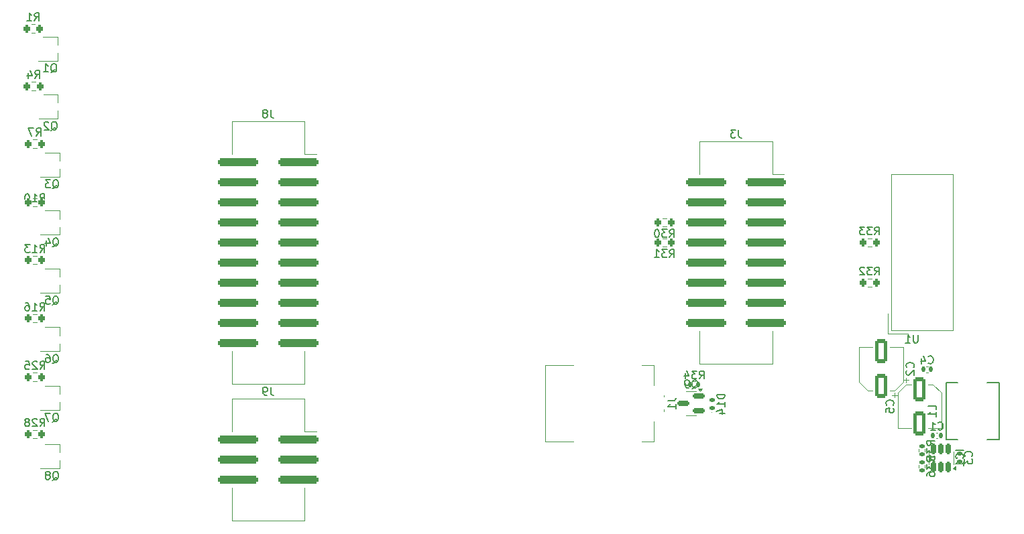
<source format=gbr>
%TF.GenerationSoftware,KiCad,Pcbnew,8.0.3*%
%TF.CreationDate,2025-07-14T16:27:36+02:00*%
%TF.ProjectId,distributionPCB,64697374-7269-4627-9574-696f6e504342,rev?*%
%TF.SameCoordinates,Original*%
%TF.FileFunction,Legend,Bot*%
%TF.FilePolarity,Positive*%
%FSLAX46Y46*%
G04 Gerber Fmt 4.6, Leading zero omitted, Abs format (unit mm)*
G04 Created by KiCad (PCBNEW 8.0.3) date 2025-07-14 16:27:36*
%MOMM*%
%LPD*%
G01*
G04 APERTURE LIST*
G04 Aperture macros list*
%AMRoundRect*
0 Rectangle with rounded corners*
0 $1 Rounding radius*
0 $2 $3 $4 $5 $6 $7 $8 $9 X,Y pos of 4 corners*
0 Add a 4 corners polygon primitive as box body*
4,1,4,$2,$3,$4,$5,$6,$7,$8,$9,$2,$3,0*
0 Add four circle primitives for the rounded corners*
1,1,$1+$1,$2,$3*
1,1,$1+$1,$4,$5*
1,1,$1+$1,$6,$7*
1,1,$1+$1,$8,$9*
0 Add four rect primitives between the rounded corners*
20,1,$1+$1,$2,$3,$4,$5,0*
20,1,$1+$1,$4,$5,$6,$7,0*
20,1,$1+$1,$6,$7,$8,$9,0*
20,1,$1+$1,$8,$9,$2,$3,0*%
G04 Aperture macros list end*
%ADD10C,0.150000*%
%ADD11C,0.120000*%
%ADD12C,0.100000*%
%ADD13R,1.700000X1.700000*%
%ADD14O,1.700000X1.700000*%
%ADD15RoundRect,0.200000X0.200000X0.275000X-0.200000X0.275000X-0.200000X-0.275000X0.200000X-0.275000X0*%
%ADD16RoundRect,0.200000X-0.200000X-0.275000X0.200000X-0.275000X0.200000X0.275000X-0.200000X0.275000X0*%
%ADD17R,1.220000X0.650000*%
%ADD18C,1.700000*%
%ADD19C,3.000000*%
%ADD20O,2.000000X4.000000*%
%ADD21O,3.500000X2.000000*%
%ADD22RoundRect,0.140000X0.140000X0.170000X-0.140000X0.170000X-0.140000X-0.170000X0.140000X-0.170000X0*%
%ADD23R,1.500000X1.500000*%
%ADD24C,1.500000*%
%ADD25RoundRect,0.255000X2.245000X0.255000X-2.245000X0.255000X-2.245000X-0.255000X2.245000X-0.255000X0*%
%ADD26RoundRect,0.250000X0.550000X-1.250000X0.550000X1.250000X-0.550000X1.250000X-0.550000X-1.250000X0*%
%ADD27RoundRect,0.140000X0.170000X-0.140000X0.170000X0.140000X-0.170000X0.140000X-0.170000X-0.140000X0*%
%ADD28RoundRect,0.135000X0.135000X0.185000X-0.135000X0.185000X-0.135000X-0.185000X0.135000X-0.185000X0*%
%ADD29RoundRect,0.147500X0.172500X-0.147500X0.172500X0.147500X-0.172500X0.147500X-0.172500X-0.147500X0*%
%ADD30RoundRect,0.150000X0.150000X-0.512500X0.150000X0.512500X-0.150000X0.512500X-0.150000X-0.512500X0*%
%ADD31R,3.500000X2.350000*%
%ADD32RoundRect,0.150000X0.587500X0.150000X-0.587500X0.150000X-0.587500X-0.150000X0.587500X-0.150000X0*%
%ADD33RoundRect,0.135000X0.185000X-0.135000X0.185000X0.135000X-0.185000X0.135000X-0.185000X-0.135000X0*%
%ADD34RoundRect,0.250000X-0.550000X1.250000X-0.550000X-1.250000X0.550000X-1.250000X0.550000X1.250000X0*%
G04 APERTURE END LIST*
D10*
X93627857Y-106689019D02*
X93961190Y-106212828D01*
X94199285Y-106689019D02*
X94199285Y-105689019D01*
X94199285Y-105689019D02*
X93818333Y-105689019D01*
X93818333Y-105689019D02*
X93723095Y-105736638D01*
X93723095Y-105736638D02*
X93675476Y-105784257D01*
X93675476Y-105784257D02*
X93627857Y-105879495D01*
X93627857Y-105879495D02*
X93627857Y-106022352D01*
X93627857Y-106022352D02*
X93675476Y-106117590D01*
X93675476Y-106117590D02*
X93723095Y-106165209D01*
X93723095Y-106165209D02*
X93818333Y-106212828D01*
X93818333Y-106212828D02*
X94199285Y-106212828D01*
X93246904Y-105784257D02*
X93199285Y-105736638D01*
X93199285Y-105736638D02*
X93104047Y-105689019D01*
X93104047Y-105689019D02*
X92865952Y-105689019D01*
X92865952Y-105689019D02*
X92770714Y-105736638D01*
X92770714Y-105736638D02*
X92723095Y-105784257D01*
X92723095Y-105784257D02*
X92675476Y-105879495D01*
X92675476Y-105879495D02*
X92675476Y-105974733D01*
X92675476Y-105974733D02*
X92723095Y-106117590D01*
X92723095Y-106117590D02*
X93294523Y-106689019D01*
X93294523Y-106689019D02*
X92675476Y-106689019D01*
X91770714Y-105689019D02*
X92246904Y-105689019D01*
X92246904Y-105689019D02*
X92294523Y-106165209D01*
X92294523Y-106165209D02*
X92246904Y-106117590D01*
X92246904Y-106117590D02*
X92151666Y-106069971D01*
X92151666Y-106069971D02*
X91913571Y-106069971D01*
X91913571Y-106069971D02*
X91818333Y-106117590D01*
X91818333Y-106117590D02*
X91770714Y-106165209D01*
X91770714Y-106165209D02*
X91723095Y-106260447D01*
X91723095Y-106260447D02*
X91723095Y-106498542D01*
X91723095Y-106498542D02*
X91770714Y-106593780D01*
X91770714Y-106593780D02*
X91818333Y-106641400D01*
X91818333Y-106641400D02*
X91913571Y-106689019D01*
X91913571Y-106689019D02*
X92151666Y-106689019D01*
X92151666Y-106689019D02*
X92246904Y-106641400D01*
X92246904Y-106641400D02*
X92294523Y-106593780D01*
X93151666Y-77224419D02*
X93484999Y-76748228D01*
X93723094Y-77224419D02*
X93723094Y-76224419D01*
X93723094Y-76224419D02*
X93342142Y-76224419D01*
X93342142Y-76224419D02*
X93246904Y-76272038D01*
X93246904Y-76272038D02*
X93199285Y-76319657D01*
X93199285Y-76319657D02*
X93151666Y-76414895D01*
X93151666Y-76414895D02*
X93151666Y-76557752D01*
X93151666Y-76557752D02*
X93199285Y-76652990D01*
X93199285Y-76652990D02*
X93246904Y-76700609D01*
X93246904Y-76700609D02*
X93342142Y-76748228D01*
X93342142Y-76748228D02*
X93723094Y-76748228D01*
X92818332Y-76224419D02*
X92151666Y-76224419D01*
X92151666Y-76224419D02*
X92580237Y-77224419D01*
X173108857Y-90022819D02*
X173442190Y-89546628D01*
X173680285Y-90022819D02*
X173680285Y-89022819D01*
X173680285Y-89022819D02*
X173299333Y-89022819D01*
X173299333Y-89022819D02*
X173204095Y-89070438D01*
X173204095Y-89070438D02*
X173156476Y-89118057D01*
X173156476Y-89118057D02*
X173108857Y-89213295D01*
X173108857Y-89213295D02*
X173108857Y-89356152D01*
X173108857Y-89356152D02*
X173156476Y-89451390D01*
X173156476Y-89451390D02*
X173204095Y-89499009D01*
X173204095Y-89499009D02*
X173299333Y-89546628D01*
X173299333Y-89546628D02*
X173680285Y-89546628D01*
X172775523Y-89022819D02*
X172156476Y-89022819D01*
X172156476Y-89022819D02*
X172489809Y-89403771D01*
X172489809Y-89403771D02*
X172346952Y-89403771D01*
X172346952Y-89403771D02*
X172251714Y-89451390D01*
X172251714Y-89451390D02*
X172204095Y-89499009D01*
X172204095Y-89499009D02*
X172156476Y-89594247D01*
X172156476Y-89594247D02*
X172156476Y-89832342D01*
X172156476Y-89832342D02*
X172204095Y-89927580D01*
X172204095Y-89927580D02*
X172251714Y-89975200D01*
X172251714Y-89975200D02*
X172346952Y-90022819D01*
X172346952Y-90022819D02*
X172632666Y-90022819D01*
X172632666Y-90022819D02*
X172727904Y-89975200D01*
X172727904Y-89975200D02*
X172775523Y-89927580D01*
X171537428Y-89022819D02*
X171442190Y-89022819D01*
X171442190Y-89022819D02*
X171346952Y-89070438D01*
X171346952Y-89070438D02*
X171299333Y-89118057D01*
X171299333Y-89118057D02*
X171251714Y-89213295D01*
X171251714Y-89213295D02*
X171204095Y-89403771D01*
X171204095Y-89403771D02*
X171204095Y-89641866D01*
X171204095Y-89641866D02*
X171251714Y-89832342D01*
X171251714Y-89832342D02*
X171299333Y-89927580D01*
X171299333Y-89927580D02*
X171346952Y-89975200D01*
X171346952Y-89975200D02*
X171442190Y-90022819D01*
X171442190Y-90022819D02*
X171537428Y-90022819D01*
X171537428Y-90022819D02*
X171632666Y-89975200D01*
X171632666Y-89975200D02*
X171680285Y-89927580D01*
X171680285Y-89927580D02*
X171727904Y-89832342D01*
X171727904Y-89832342D02*
X171775523Y-89641866D01*
X171775523Y-89641866D02*
X171775523Y-89403771D01*
X171775523Y-89403771D02*
X171727904Y-89213295D01*
X171727904Y-89213295D02*
X171680285Y-89118057D01*
X171680285Y-89118057D02*
X171632666Y-89070438D01*
X171632666Y-89070438D02*
X171537428Y-89022819D01*
X95213838Y-98533657D02*
X95309076Y-98486038D01*
X95309076Y-98486038D02*
X95404314Y-98390800D01*
X95404314Y-98390800D02*
X95547171Y-98247942D01*
X95547171Y-98247942D02*
X95642409Y-98200323D01*
X95642409Y-98200323D02*
X95737647Y-98200323D01*
X95690028Y-98438419D02*
X95785266Y-98390800D01*
X95785266Y-98390800D02*
X95880504Y-98295561D01*
X95880504Y-98295561D02*
X95928123Y-98105085D01*
X95928123Y-98105085D02*
X95928123Y-97771752D01*
X95928123Y-97771752D02*
X95880504Y-97581276D01*
X95880504Y-97581276D02*
X95785266Y-97486038D01*
X95785266Y-97486038D02*
X95690028Y-97438419D01*
X95690028Y-97438419D02*
X95499552Y-97438419D01*
X95499552Y-97438419D02*
X95404314Y-97486038D01*
X95404314Y-97486038D02*
X95309076Y-97581276D01*
X95309076Y-97581276D02*
X95261457Y-97771752D01*
X95261457Y-97771752D02*
X95261457Y-98105085D01*
X95261457Y-98105085D02*
X95309076Y-98295561D01*
X95309076Y-98295561D02*
X95404314Y-98390800D01*
X95404314Y-98390800D02*
X95499552Y-98438419D01*
X95499552Y-98438419D02*
X95690028Y-98438419D01*
X94356695Y-97438419D02*
X94832885Y-97438419D01*
X94832885Y-97438419D02*
X94880504Y-97914609D01*
X94880504Y-97914609D02*
X94832885Y-97866990D01*
X94832885Y-97866990D02*
X94737647Y-97819371D01*
X94737647Y-97819371D02*
X94499552Y-97819371D01*
X94499552Y-97819371D02*
X94404314Y-97866990D01*
X94404314Y-97866990D02*
X94356695Y-97914609D01*
X94356695Y-97914609D02*
X94309076Y-98009847D01*
X94309076Y-98009847D02*
X94309076Y-98247942D01*
X94309076Y-98247942D02*
X94356695Y-98343180D01*
X94356695Y-98343180D02*
X94404314Y-98390800D01*
X94404314Y-98390800D02*
X94499552Y-98438419D01*
X94499552Y-98438419D02*
X94737647Y-98438419D01*
X94737647Y-98438419D02*
X94832885Y-98390800D01*
X94832885Y-98390800D02*
X94880504Y-98343180D01*
X92921866Y-62659819D02*
X93255199Y-62183628D01*
X93493294Y-62659819D02*
X93493294Y-61659819D01*
X93493294Y-61659819D02*
X93112342Y-61659819D01*
X93112342Y-61659819D02*
X93017104Y-61707438D01*
X93017104Y-61707438D02*
X92969485Y-61755057D01*
X92969485Y-61755057D02*
X92921866Y-61850295D01*
X92921866Y-61850295D02*
X92921866Y-61993152D01*
X92921866Y-61993152D02*
X92969485Y-62088390D01*
X92969485Y-62088390D02*
X93017104Y-62136009D01*
X93017104Y-62136009D02*
X93112342Y-62183628D01*
X93112342Y-62183628D02*
X93493294Y-62183628D01*
X91969485Y-62659819D02*
X92540913Y-62659819D01*
X92255199Y-62659819D02*
X92255199Y-61659819D01*
X92255199Y-61659819D02*
X92350437Y-61802676D01*
X92350437Y-61802676D02*
X92445675Y-61897914D01*
X92445675Y-61897914D02*
X92540913Y-61945533D01*
X93627857Y-91918419D02*
X93961190Y-91442228D01*
X94199285Y-91918419D02*
X94199285Y-90918419D01*
X94199285Y-90918419D02*
X93818333Y-90918419D01*
X93818333Y-90918419D02*
X93723095Y-90966038D01*
X93723095Y-90966038D02*
X93675476Y-91013657D01*
X93675476Y-91013657D02*
X93627857Y-91108895D01*
X93627857Y-91108895D02*
X93627857Y-91251752D01*
X93627857Y-91251752D02*
X93675476Y-91346990D01*
X93675476Y-91346990D02*
X93723095Y-91394609D01*
X93723095Y-91394609D02*
X93818333Y-91442228D01*
X93818333Y-91442228D02*
X94199285Y-91442228D01*
X92675476Y-91918419D02*
X93246904Y-91918419D01*
X92961190Y-91918419D02*
X92961190Y-90918419D01*
X92961190Y-90918419D02*
X93056428Y-91061276D01*
X93056428Y-91061276D02*
X93151666Y-91156514D01*
X93151666Y-91156514D02*
X93246904Y-91204133D01*
X92342142Y-90918419D02*
X91723095Y-90918419D01*
X91723095Y-90918419D02*
X92056428Y-91299371D01*
X92056428Y-91299371D02*
X91913571Y-91299371D01*
X91913571Y-91299371D02*
X91818333Y-91346990D01*
X91818333Y-91346990D02*
X91770714Y-91394609D01*
X91770714Y-91394609D02*
X91723095Y-91489847D01*
X91723095Y-91489847D02*
X91723095Y-91727942D01*
X91723095Y-91727942D02*
X91770714Y-91823180D01*
X91770714Y-91823180D02*
X91818333Y-91870800D01*
X91818333Y-91870800D02*
X91913571Y-91918419D01*
X91913571Y-91918419D02*
X92199285Y-91918419D01*
X92199285Y-91918419D02*
X92294523Y-91870800D01*
X92294523Y-91870800D02*
X92342142Y-91823180D01*
X172879819Y-110666666D02*
X173594104Y-110666666D01*
X173594104Y-110666666D02*
X173736961Y-110619047D01*
X173736961Y-110619047D02*
X173832200Y-110523809D01*
X173832200Y-110523809D02*
X173879819Y-110380952D01*
X173879819Y-110380952D02*
X173879819Y-110285714D01*
X173879819Y-111666666D02*
X173879819Y-111095238D01*
X173879819Y-111380952D02*
X172879819Y-111380952D01*
X172879819Y-111380952D02*
X173022676Y-111285714D01*
X173022676Y-111285714D02*
X173117914Y-111190476D01*
X173117914Y-111190476D02*
X173165533Y-111095238D01*
X207024266Y-114261580D02*
X207071885Y-114309200D01*
X207071885Y-114309200D02*
X207214742Y-114356819D01*
X207214742Y-114356819D02*
X207309980Y-114356819D01*
X207309980Y-114356819D02*
X207452837Y-114309200D01*
X207452837Y-114309200D02*
X207548075Y-114213961D01*
X207548075Y-114213961D02*
X207595694Y-114118723D01*
X207595694Y-114118723D02*
X207643313Y-113928247D01*
X207643313Y-113928247D02*
X207643313Y-113785390D01*
X207643313Y-113785390D02*
X207595694Y-113594914D01*
X207595694Y-113594914D02*
X207548075Y-113499676D01*
X207548075Y-113499676D02*
X207452837Y-113404438D01*
X207452837Y-113404438D02*
X207309980Y-113356819D01*
X207309980Y-113356819D02*
X207214742Y-113356819D01*
X207214742Y-113356819D02*
X207071885Y-113404438D01*
X207071885Y-113404438D02*
X207024266Y-113452057D01*
X206071885Y-114356819D02*
X206643313Y-114356819D01*
X206357599Y-114356819D02*
X206357599Y-113356819D01*
X206357599Y-113356819D02*
X206452837Y-113499676D01*
X206452837Y-113499676D02*
X206548075Y-113594914D01*
X206548075Y-113594914D02*
X206643313Y-113642533D01*
X93627857Y-99290819D02*
X93961190Y-98814628D01*
X94199285Y-99290819D02*
X94199285Y-98290819D01*
X94199285Y-98290819D02*
X93818333Y-98290819D01*
X93818333Y-98290819D02*
X93723095Y-98338438D01*
X93723095Y-98338438D02*
X93675476Y-98386057D01*
X93675476Y-98386057D02*
X93627857Y-98481295D01*
X93627857Y-98481295D02*
X93627857Y-98624152D01*
X93627857Y-98624152D02*
X93675476Y-98719390D01*
X93675476Y-98719390D02*
X93723095Y-98767009D01*
X93723095Y-98767009D02*
X93818333Y-98814628D01*
X93818333Y-98814628D02*
X94199285Y-98814628D01*
X92675476Y-99290819D02*
X93246904Y-99290819D01*
X92961190Y-99290819D02*
X92961190Y-98290819D01*
X92961190Y-98290819D02*
X93056428Y-98433676D01*
X93056428Y-98433676D02*
X93151666Y-98528914D01*
X93151666Y-98528914D02*
X93246904Y-98576533D01*
X91818333Y-98290819D02*
X92008809Y-98290819D01*
X92008809Y-98290819D02*
X92104047Y-98338438D01*
X92104047Y-98338438D02*
X92151666Y-98386057D01*
X92151666Y-98386057D02*
X92246904Y-98528914D01*
X92246904Y-98528914D02*
X92294523Y-98719390D01*
X92294523Y-98719390D02*
X92294523Y-99100342D01*
X92294523Y-99100342D02*
X92246904Y-99195580D01*
X92246904Y-99195580D02*
X92199285Y-99243200D01*
X92199285Y-99243200D02*
X92104047Y-99290819D01*
X92104047Y-99290819D02*
X91913571Y-99290819D01*
X91913571Y-99290819D02*
X91818333Y-99243200D01*
X91818333Y-99243200D02*
X91770714Y-99195580D01*
X91770714Y-99195580D02*
X91723095Y-99100342D01*
X91723095Y-99100342D02*
X91723095Y-98862247D01*
X91723095Y-98862247D02*
X91770714Y-98767009D01*
X91770714Y-98767009D02*
X91818333Y-98719390D01*
X91818333Y-98719390D02*
X91913571Y-98671771D01*
X91913571Y-98671771D02*
X92104047Y-98671771D01*
X92104047Y-98671771D02*
X92199285Y-98719390D01*
X92199285Y-98719390D02*
X92246904Y-98767009D01*
X92246904Y-98767009D02*
X92294523Y-98862247D01*
X199016857Y-89702819D02*
X199350190Y-89226628D01*
X199588285Y-89702819D02*
X199588285Y-88702819D01*
X199588285Y-88702819D02*
X199207333Y-88702819D01*
X199207333Y-88702819D02*
X199112095Y-88750438D01*
X199112095Y-88750438D02*
X199064476Y-88798057D01*
X199064476Y-88798057D02*
X199016857Y-88893295D01*
X199016857Y-88893295D02*
X199016857Y-89036152D01*
X199016857Y-89036152D02*
X199064476Y-89131390D01*
X199064476Y-89131390D02*
X199112095Y-89179009D01*
X199112095Y-89179009D02*
X199207333Y-89226628D01*
X199207333Y-89226628D02*
X199588285Y-89226628D01*
X198683523Y-88702819D02*
X198064476Y-88702819D01*
X198064476Y-88702819D02*
X198397809Y-89083771D01*
X198397809Y-89083771D02*
X198254952Y-89083771D01*
X198254952Y-89083771D02*
X198159714Y-89131390D01*
X198159714Y-89131390D02*
X198112095Y-89179009D01*
X198112095Y-89179009D02*
X198064476Y-89274247D01*
X198064476Y-89274247D02*
X198064476Y-89512342D01*
X198064476Y-89512342D02*
X198112095Y-89607580D01*
X198112095Y-89607580D02*
X198159714Y-89655200D01*
X198159714Y-89655200D02*
X198254952Y-89702819D01*
X198254952Y-89702819D02*
X198540666Y-89702819D01*
X198540666Y-89702819D02*
X198635904Y-89655200D01*
X198635904Y-89655200D02*
X198683523Y-89607580D01*
X197731142Y-88702819D02*
X197112095Y-88702819D01*
X197112095Y-88702819D02*
X197445428Y-89083771D01*
X197445428Y-89083771D02*
X197302571Y-89083771D01*
X197302571Y-89083771D02*
X197207333Y-89131390D01*
X197207333Y-89131390D02*
X197159714Y-89179009D01*
X197159714Y-89179009D02*
X197112095Y-89274247D01*
X197112095Y-89274247D02*
X197112095Y-89512342D01*
X197112095Y-89512342D02*
X197159714Y-89607580D01*
X197159714Y-89607580D02*
X197207333Y-89655200D01*
X197207333Y-89655200D02*
X197302571Y-89702819D01*
X197302571Y-89702819D02*
X197588285Y-89702819D01*
X197588285Y-89702819D02*
X197683523Y-89655200D01*
X197683523Y-89655200D02*
X197731142Y-89607580D01*
X204453704Y-102343419D02*
X204453704Y-103152942D01*
X204453704Y-103152942D02*
X204406085Y-103248180D01*
X204406085Y-103248180D02*
X204358466Y-103295800D01*
X204358466Y-103295800D02*
X204263228Y-103343419D01*
X204263228Y-103343419D02*
X204072752Y-103343419D01*
X204072752Y-103343419D02*
X203977514Y-103295800D01*
X203977514Y-103295800D02*
X203929895Y-103248180D01*
X203929895Y-103248180D02*
X203882276Y-103152942D01*
X203882276Y-103152942D02*
X203882276Y-102343419D01*
X202882276Y-103343419D02*
X203453704Y-103343419D01*
X203167990Y-103343419D02*
X203167990Y-102343419D01*
X203167990Y-102343419D02*
X203263228Y-102486276D01*
X203263228Y-102486276D02*
X203358466Y-102581514D01*
X203358466Y-102581514D02*
X203453704Y-102629133D01*
X122751333Y-73892819D02*
X122751333Y-74607104D01*
X122751333Y-74607104D02*
X122798952Y-74749961D01*
X122798952Y-74749961D02*
X122894190Y-74845200D01*
X122894190Y-74845200D02*
X123037047Y-74892819D01*
X123037047Y-74892819D02*
X123132285Y-74892819D01*
X122132285Y-74321390D02*
X122227523Y-74273771D01*
X122227523Y-74273771D02*
X122275142Y-74226152D01*
X122275142Y-74226152D02*
X122322761Y-74130914D01*
X122322761Y-74130914D02*
X122322761Y-74083295D01*
X122322761Y-74083295D02*
X122275142Y-73988057D01*
X122275142Y-73988057D02*
X122227523Y-73940438D01*
X122227523Y-73940438D02*
X122132285Y-73892819D01*
X122132285Y-73892819D02*
X121941809Y-73892819D01*
X121941809Y-73892819D02*
X121846571Y-73940438D01*
X121846571Y-73940438D02*
X121798952Y-73988057D01*
X121798952Y-73988057D02*
X121751333Y-74083295D01*
X121751333Y-74083295D02*
X121751333Y-74130914D01*
X121751333Y-74130914D02*
X121798952Y-74226152D01*
X121798952Y-74226152D02*
X121846571Y-74273771D01*
X121846571Y-74273771D02*
X121941809Y-74321390D01*
X121941809Y-74321390D02*
X122132285Y-74321390D01*
X122132285Y-74321390D02*
X122227523Y-74369009D01*
X122227523Y-74369009D02*
X122275142Y-74416628D01*
X122275142Y-74416628D02*
X122322761Y-74511866D01*
X122322761Y-74511866D02*
X122322761Y-74702342D01*
X122322761Y-74702342D02*
X122275142Y-74797580D01*
X122275142Y-74797580D02*
X122227523Y-74845200D01*
X122227523Y-74845200D02*
X122132285Y-74892819D01*
X122132285Y-74892819D02*
X121941809Y-74892819D01*
X121941809Y-74892819D02*
X121846571Y-74845200D01*
X121846571Y-74845200D02*
X121798952Y-74797580D01*
X121798952Y-74797580D02*
X121751333Y-74702342D01*
X121751333Y-74702342D02*
X121751333Y-74511866D01*
X121751333Y-74511866D02*
X121798952Y-74416628D01*
X121798952Y-74416628D02*
X121846571Y-74369009D01*
X121846571Y-74369009D02*
X121941809Y-74321390D01*
X203881380Y-106462533D02*
X203929000Y-106414914D01*
X203929000Y-106414914D02*
X203976619Y-106272057D01*
X203976619Y-106272057D02*
X203976619Y-106176819D01*
X203976619Y-106176819D02*
X203929000Y-106033962D01*
X203929000Y-106033962D02*
X203833761Y-105938724D01*
X203833761Y-105938724D02*
X203738523Y-105891105D01*
X203738523Y-105891105D02*
X203548047Y-105843486D01*
X203548047Y-105843486D02*
X203405190Y-105843486D01*
X203405190Y-105843486D02*
X203214714Y-105891105D01*
X203214714Y-105891105D02*
X203119476Y-105938724D01*
X203119476Y-105938724D02*
X203024238Y-106033962D01*
X203024238Y-106033962D02*
X202976619Y-106176819D01*
X202976619Y-106176819D02*
X202976619Y-106272057D01*
X202976619Y-106272057D02*
X203024238Y-106414914D01*
X203024238Y-106414914D02*
X203071857Y-106462533D01*
X203071857Y-106843486D02*
X203024238Y-106891105D01*
X203024238Y-106891105D02*
X202976619Y-106986343D01*
X202976619Y-106986343D02*
X202976619Y-107224438D01*
X202976619Y-107224438D02*
X203024238Y-107319676D01*
X203024238Y-107319676D02*
X203071857Y-107367295D01*
X203071857Y-107367295D02*
X203167095Y-107414914D01*
X203167095Y-107414914D02*
X203262333Y-107414914D01*
X203262333Y-107414914D02*
X203405190Y-107367295D01*
X203405190Y-107367295D02*
X203976619Y-106795867D01*
X203976619Y-106795867D02*
X203976619Y-107414914D01*
X205779666Y-105904980D02*
X205827285Y-105952600D01*
X205827285Y-105952600D02*
X205970142Y-106000219D01*
X205970142Y-106000219D02*
X206065380Y-106000219D01*
X206065380Y-106000219D02*
X206208237Y-105952600D01*
X206208237Y-105952600D02*
X206303475Y-105857361D01*
X206303475Y-105857361D02*
X206351094Y-105762123D01*
X206351094Y-105762123D02*
X206398713Y-105571647D01*
X206398713Y-105571647D02*
X206398713Y-105428790D01*
X206398713Y-105428790D02*
X206351094Y-105238314D01*
X206351094Y-105238314D02*
X206303475Y-105143076D01*
X206303475Y-105143076D02*
X206208237Y-105047838D01*
X206208237Y-105047838D02*
X206065380Y-105000219D01*
X206065380Y-105000219D02*
X205970142Y-105000219D01*
X205970142Y-105000219D02*
X205827285Y-105047838D01*
X205827285Y-105047838D02*
X205779666Y-105095457D01*
X204922523Y-105333552D02*
X204922523Y-106000219D01*
X205160618Y-104952600D02*
X205398713Y-105666885D01*
X205398713Y-105666885D02*
X204779666Y-105666885D01*
X95213838Y-83852457D02*
X95309076Y-83804838D01*
X95309076Y-83804838D02*
X95404314Y-83709600D01*
X95404314Y-83709600D02*
X95547171Y-83566742D01*
X95547171Y-83566742D02*
X95642409Y-83519123D01*
X95642409Y-83519123D02*
X95737647Y-83519123D01*
X95690028Y-83757219D02*
X95785266Y-83709600D01*
X95785266Y-83709600D02*
X95880504Y-83614361D01*
X95880504Y-83614361D02*
X95928123Y-83423885D01*
X95928123Y-83423885D02*
X95928123Y-83090552D01*
X95928123Y-83090552D02*
X95880504Y-82900076D01*
X95880504Y-82900076D02*
X95785266Y-82804838D01*
X95785266Y-82804838D02*
X95690028Y-82757219D01*
X95690028Y-82757219D02*
X95499552Y-82757219D01*
X95499552Y-82757219D02*
X95404314Y-82804838D01*
X95404314Y-82804838D02*
X95309076Y-82900076D01*
X95309076Y-82900076D02*
X95261457Y-83090552D01*
X95261457Y-83090552D02*
X95261457Y-83423885D01*
X95261457Y-83423885D02*
X95309076Y-83614361D01*
X95309076Y-83614361D02*
X95404314Y-83709600D01*
X95404314Y-83709600D02*
X95499552Y-83757219D01*
X95499552Y-83757219D02*
X95690028Y-83757219D01*
X94928123Y-82757219D02*
X94309076Y-82757219D01*
X94309076Y-82757219D02*
X94642409Y-83138171D01*
X94642409Y-83138171D02*
X94499552Y-83138171D01*
X94499552Y-83138171D02*
X94404314Y-83185790D01*
X94404314Y-83185790D02*
X94356695Y-83233409D01*
X94356695Y-83233409D02*
X94309076Y-83328647D01*
X94309076Y-83328647D02*
X94309076Y-83566742D01*
X94309076Y-83566742D02*
X94356695Y-83661980D01*
X94356695Y-83661980D02*
X94404314Y-83709600D01*
X94404314Y-83709600D02*
X94499552Y-83757219D01*
X94499552Y-83757219D02*
X94785266Y-83757219D01*
X94785266Y-83757219D02*
X94880504Y-83709600D01*
X94880504Y-83709600D02*
X94928123Y-83661980D01*
X211247380Y-117689333D02*
X211295000Y-117641714D01*
X211295000Y-117641714D02*
X211342619Y-117498857D01*
X211342619Y-117498857D02*
X211342619Y-117403619D01*
X211342619Y-117403619D02*
X211295000Y-117260762D01*
X211295000Y-117260762D02*
X211199761Y-117165524D01*
X211199761Y-117165524D02*
X211104523Y-117117905D01*
X211104523Y-117117905D02*
X210914047Y-117070286D01*
X210914047Y-117070286D02*
X210771190Y-117070286D01*
X210771190Y-117070286D02*
X210580714Y-117117905D01*
X210580714Y-117117905D02*
X210485476Y-117165524D01*
X210485476Y-117165524D02*
X210390238Y-117260762D01*
X210390238Y-117260762D02*
X210342619Y-117403619D01*
X210342619Y-117403619D02*
X210342619Y-117498857D01*
X210342619Y-117498857D02*
X210390238Y-117641714D01*
X210390238Y-117641714D02*
X210437857Y-117689333D01*
X210342619Y-118022667D02*
X210342619Y-118641714D01*
X210342619Y-118641714D02*
X210723571Y-118308381D01*
X210723571Y-118308381D02*
X210723571Y-118451238D01*
X210723571Y-118451238D02*
X210771190Y-118546476D01*
X210771190Y-118546476D02*
X210818809Y-118594095D01*
X210818809Y-118594095D02*
X210914047Y-118641714D01*
X210914047Y-118641714D02*
X211152142Y-118641714D01*
X211152142Y-118641714D02*
X211247380Y-118594095D01*
X211247380Y-118594095D02*
X211295000Y-118546476D01*
X211295000Y-118546476D02*
X211342619Y-118451238D01*
X211342619Y-118451238D02*
X211342619Y-118165524D01*
X211342619Y-118165524D02*
X211295000Y-118070286D01*
X211295000Y-118070286D02*
X211247380Y-118022667D01*
X176868057Y-107895219D02*
X177201390Y-107419028D01*
X177439485Y-107895219D02*
X177439485Y-106895219D01*
X177439485Y-106895219D02*
X177058533Y-106895219D01*
X177058533Y-106895219D02*
X176963295Y-106942838D01*
X176963295Y-106942838D02*
X176915676Y-106990457D01*
X176915676Y-106990457D02*
X176868057Y-107085695D01*
X176868057Y-107085695D02*
X176868057Y-107228552D01*
X176868057Y-107228552D02*
X176915676Y-107323790D01*
X176915676Y-107323790D02*
X176963295Y-107371409D01*
X176963295Y-107371409D02*
X177058533Y-107419028D01*
X177058533Y-107419028D02*
X177439485Y-107419028D01*
X176534723Y-106895219D02*
X175915676Y-106895219D01*
X175915676Y-106895219D02*
X176249009Y-107276171D01*
X176249009Y-107276171D02*
X176106152Y-107276171D01*
X176106152Y-107276171D02*
X176010914Y-107323790D01*
X176010914Y-107323790D02*
X175963295Y-107371409D01*
X175963295Y-107371409D02*
X175915676Y-107466647D01*
X175915676Y-107466647D02*
X175915676Y-107704742D01*
X175915676Y-107704742D02*
X175963295Y-107799980D01*
X175963295Y-107799980D02*
X176010914Y-107847600D01*
X176010914Y-107847600D02*
X176106152Y-107895219D01*
X176106152Y-107895219D02*
X176391866Y-107895219D01*
X176391866Y-107895219D02*
X176487104Y-107847600D01*
X176487104Y-107847600D02*
X176534723Y-107799980D01*
X175058533Y-107228552D02*
X175058533Y-107895219D01*
X175296628Y-106847600D02*
X175534723Y-107561885D01*
X175534723Y-107561885D02*
X174915676Y-107561885D01*
X180075719Y-109869414D02*
X179075719Y-109869414D01*
X179075719Y-109869414D02*
X179075719Y-110107509D01*
X179075719Y-110107509D02*
X179123338Y-110250366D01*
X179123338Y-110250366D02*
X179218576Y-110345604D01*
X179218576Y-110345604D02*
X179313814Y-110393223D01*
X179313814Y-110393223D02*
X179504290Y-110440842D01*
X179504290Y-110440842D02*
X179647147Y-110440842D01*
X179647147Y-110440842D02*
X179837623Y-110393223D01*
X179837623Y-110393223D02*
X179932861Y-110345604D01*
X179932861Y-110345604D02*
X180028100Y-110250366D01*
X180028100Y-110250366D02*
X180075719Y-110107509D01*
X180075719Y-110107509D02*
X180075719Y-109869414D01*
X180075719Y-111393223D02*
X180075719Y-110821795D01*
X180075719Y-111107509D02*
X179075719Y-111107509D01*
X179075719Y-111107509D02*
X179218576Y-111012271D01*
X179218576Y-111012271D02*
X179313814Y-110917033D01*
X179313814Y-110917033D02*
X179361433Y-110821795D01*
X179409052Y-112250366D02*
X180075719Y-112250366D01*
X179028100Y-112012271D02*
X179742385Y-111774176D01*
X179742385Y-111774176D02*
X179742385Y-112393223D01*
X122751333Y-108944819D02*
X122751333Y-109659104D01*
X122751333Y-109659104D02*
X122798952Y-109801961D01*
X122798952Y-109801961D02*
X122894190Y-109897200D01*
X122894190Y-109897200D02*
X123037047Y-109944819D01*
X123037047Y-109944819D02*
X123132285Y-109944819D01*
X122227523Y-109944819D02*
X122037047Y-109944819D01*
X122037047Y-109944819D02*
X121941809Y-109897200D01*
X121941809Y-109897200D02*
X121894190Y-109849580D01*
X121894190Y-109849580D02*
X121798952Y-109706723D01*
X121798952Y-109706723D02*
X121751333Y-109516247D01*
X121751333Y-109516247D02*
X121751333Y-109135295D01*
X121751333Y-109135295D02*
X121798952Y-109040057D01*
X121798952Y-109040057D02*
X121846571Y-108992438D01*
X121846571Y-108992438D02*
X121941809Y-108944819D01*
X121941809Y-108944819D02*
X122132285Y-108944819D01*
X122132285Y-108944819D02*
X122227523Y-108992438D01*
X122227523Y-108992438D02*
X122275142Y-109040057D01*
X122275142Y-109040057D02*
X122322761Y-109135295D01*
X122322761Y-109135295D02*
X122322761Y-109373390D01*
X122322761Y-109373390D02*
X122275142Y-109468628D01*
X122275142Y-109468628D02*
X122227523Y-109516247D01*
X122227523Y-109516247D02*
X122132285Y-109563866D01*
X122132285Y-109563866D02*
X121941809Y-109563866D01*
X121941809Y-109563866D02*
X121846571Y-109516247D01*
X121846571Y-109516247D02*
X121798952Y-109468628D01*
X121798952Y-109468628D02*
X121751333Y-109373390D01*
X95213838Y-120707857D02*
X95309076Y-120660238D01*
X95309076Y-120660238D02*
X95404314Y-120565000D01*
X95404314Y-120565000D02*
X95547171Y-120422142D01*
X95547171Y-120422142D02*
X95642409Y-120374523D01*
X95642409Y-120374523D02*
X95737647Y-120374523D01*
X95690028Y-120612619D02*
X95785266Y-120565000D01*
X95785266Y-120565000D02*
X95880504Y-120469761D01*
X95880504Y-120469761D02*
X95928123Y-120279285D01*
X95928123Y-120279285D02*
X95928123Y-119945952D01*
X95928123Y-119945952D02*
X95880504Y-119755476D01*
X95880504Y-119755476D02*
X95785266Y-119660238D01*
X95785266Y-119660238D02*
X95690028Y-119612619D01*
X95690028Y-119612619D02*
X95499552Y-119612619D01*
X95499552Y-119612619D02*
X95404314Y-119660238D01*
X95404314Y-119660238D02*
X95309076Y-119755476D01*
X95309076Y-119755476D02*
X95261457Y-119945952D01*
X95261457Y-119945952D02*
X95261457Y-120279285D01*
X95261457Y-120279285D02*
X95309076Y-120469761D01*
X95309076Y-120469761D02*
X95404314Y-120565000D01*
X95404314Y-120565000D02*
X95499552Y-120612619D01*
X95499552Y-120612619D02*
X95690028Y-120612619D01*
X94690028Y-120041190D02*
X94785266Y-119993571D01*
X94785266Y-119993571D02*
X94832885Y-119945952D01*
X94832885Y-119945952D02*
X94880504Y-119850714D01*
X94880504Y-119850714D02*
X94880504Y-119803095D01*
X94880504Y-119803095D02*
X94832885Y-119707857D01*
X94832885Y-119707857D02*
X94785266Y-119660238D01*
X94785266Y-119660238D02*
X94690028Y-119612619D01*
X94690028Y-119612619D02*
X94499552Y-119612619D01*
X94499552Y-119612619D02*
X94404314Y-119660238D01*
X94404314Y-119660238D02*
X94356695Y-119707857D01*
X94356695Y-119707857D02*
X94309076Y-119803095D01*
X94309076Y-119803095D02*
X94309076Y-119850714D01*
X94309076Y-119850714D02*
X94356695Y-119945952D01*
X94356695Y-119945952D02*
X94404314Y-119993571D01*
X94404314Y-119993571D02*
X94499552Y-120041190D01*
X94499552Y-120041190D02*
X94690028Y-120041190D01*
X94690028Y-120041190D02*
X94785266Y-120088809D01*
X94785266Y-120088809D02*
X94832885Y-120136428D01*
X94832885Y-120136428D02*
X94880504Y-120231666D01*
X94880504Y-120231666D02*
X94880504Y-120422142D01*
X94880504Y-120422142D02*
X94832885Y-120517380D01*
X94832885Y-120517380D02*
X94785266Y-120565000D01*
X94785266Y-120565000D02*
X94690028Y-120612619D01*
X94690028Y-120612619D02*
X94499552Y-120612619D01*
X94499552Y-120612619D02*
X94404314Y-120565000D01*
X94404314Y-120565000D02*
X94356695Y-120517380D01*
X94356695Y-120517380D02*
X94309076Y-120422142D01*
X94309076Y-120422142D02*
X94309076Y-120231666D01*
X94309076Y-120231666D02*
X94356695Y-120136428D01*
X94356695Y-120136428D02*
X94404314Y-120088809D01*
X94404314Y-120088809D02*
X94499552Y-120041190D01*
X199016857Y-94782819D02*
X199350190Y-94306628D01*
X199588285Y-94782819D02*
X199588285Y-93782819D01*
X199588285Y-93782819D02*
X199207333Y-93782819D01*
X199207333Y-93782819D02*
X199112095Y-93830438D01*
X199112095Y-93830438D02*
X199064476Y-93878057D01*
X199064476Y-93878057D02*
X199016857Y-93973295D01*
X199016857Y-93973295D02*
X199016857Y-94116152D01*
X199016857Y-94116152D02*
X199064476Y-94211390D01*
X199064476Y-94211390D02*
X199112095Y-94259009D01*
X199112095Y-94259009D02*
X199207333Y-94306628D01*
X199207333Y-94306628D02*
X199588285Y-94306628D01*
X198683523Y-93782819D02*
X198064476Y-93782819D01*
X198064476Y-93782819D02*
X198397809Y-94163771D01*
X198397809Y-94163771D02*
X198254952Y-94163771D01*
X198254952Y-94163771D02*
X198159714Y-94211390D01*
X198159714Y-94211390D02*
X198112095Y-94259009D01*
X198112095Y-94259009D02*
X198064476Y-94354247D01*
X198064476Y-94354247D02*
X198064476Y-94592342D01*
X198064476Y-94592342D02*
X198112095Y-94687580D01*
X198112095Y-94687580D02*
X198159714Y-94735200D01*
X198159714Y-94735200D02*
X198254952Y-94782819D01*
X198254952Y-94782819D02*
X198540666Y-94782819D01*
X198540666Y-94782819D02*
X198635904Y-94735200D01*
X198635904Y-94735200D02*
X198683523Y-94687580D01*
X197683523Y-93878057D02*
X197635904Y-93830438D01*
X197635904Y-93830438D02*
X197540666Y-93782819D01*
X197540666Y-93782819D02*
X197302571Y-93782819D01*
X197302571Y-93782819D02*
X197207333Y-93830438D01*
X197207333Y-93830438D02*
X197159714Y-93878057D01*
X197159714Y-93878057D02*
X197112095Y-93973295D01*
X197112095Y-93973295D02*
X197112095Y-94068533D01*
X197112095Y-94068533D02*
X197159714Y-94211390D01*
X197159714Y-94211390D02*
X197731142Y-94782819D01*
X197731142Y-94782819D02*
X197112095Y-94782819D01*
X95213838Y-91193057D02*
X95309076Y-91145438D01*
X95309076Y-91145438D02*
X95404314Y-91050200D01*
X95404314Y-91050200D02*
X95547171Y-90907342D01*
X95547171Y-90907342D02*
X95642409Y-90859723D01*
X95642409Y-90859723D02*
X95737647Y-90859723D01*
X95690028Y-91097819D02*
X95785266Y-91050200D01*
X95785266Y-91050200D02*
X95880504Y-90954961D01*
X95880504Y-90954961D02*
X95928123Y-90764485D01*
X95928123Y-90764485D02*
X95928123Y-90431152D01*
X95928123Y-90431152D02*
X95880504Y-90240676D01*
X95880504Y-90240676D02*
X95785266Y-90145438D01*
X95785266Y-90145438D02*
X95690028Y-90097819D01*
X95690028Y-90097819D02*
X95499552Y-90097819D01*
X95499552Y-90097819D02*
X95404314Y-90145438D01*
X95404314Y-90145438D02*
X95309076Y-90240676D01*
X95309076Y-90240676D02*
X95261457Y-90431152D01*
X95261457Y-90431152D02*
X95261457Y-90764485D01*
X95261457Y-90764485D02*
X95309076Y-90954961D01*
X95309076Y-90954961D02*
X95404314Y-91050200D01*
X95404314Y-91050200D02*
X95499552Y-91097819D01*
X95499552Y-91097819D02*
X95690028Y-91097819D01*
X94404314Y-90431152D02*
X94404314Y-91097819D01*
X94642409Y-90050200D02*
X94880504Y-90764485D01*
X94880504Y-90764485D02*
X94261457Y-90764485D01*
X93627857Y-113908619D02*
X93961190Y-113432428D01*
X94199285Y-113908619D02*
X94199285Y-112908619D01*
X94199285Y-112908619D02*
X93818333Y-112908619D01*
X93818333Y-112908619D02*
X93723095Y-112956238D01*
X93723095Y-112956238D02*
X93675476Y-113003857D01*
X93675476Y-113003857D02*
X93627857Y-113099095D01*
X93627857Y-113099095D02*
X93627857Y-113241952D01*
X93627857Y-113241952D02*
X93675476Y-113337190D01*
X93675476Y-113337190D02*
X93723095Y-113384809D01*
X93723095Y-113384809D02*
X93818333Y-113432428D01*
X93818333Y-113432428D02*
X94199285Y-113432428D01*
X93246904Y-113003857D02*
X93199285Y-112956238D01*
X93199285Y-112956238D02*
X93104047Y-112908619D01*
X93104047Y-112908619D02*
X92865952Y-112908619D01*
X92865952Y-112908619D02*
X92770714Y-112956238D01*
X92770714Y-112956238D02*
X92723095Y-113003857D01*
X92723095Y-113003857D02*
X92675476Y-113099095D01*
X92675476Y-113099095D02*
X92675476Y-113194333D01*
X92675476Y-113194333D02*
X92723095Y-113337190D01*
X92723095Y-113337190D02*
X93294523Y-113908619D01*
X93294523Y-113908619D02*
X92675476Y-113908619D01*
X92104047Y-113337190D02*
X92199285Y-113289571D01*
X92199285Y-113289571D02*
X92246904Y-113241952D01*
X92246904Y-113241952D02*
X92294523Y-113146714D01*
X92294523Y-113146714D02*
X92294523Y-113099095D01*
X92294523Y-113099095D02*
X92246904Y-113003857D01*
X92246904Y-113003857D02*
X92199285Y-112956238D01*
X92199285Y-112956238D02*
X92104047Y-112908619D01*
X92104047Y-112908619D02*
X91913571Y-112908619D01*
X91913571Y-112908619D02*
X91818333Y-112956238D01*
X91818333Y-112956238D02*
X91770714Y-113003857D01*
X91770714Y-113003857D02*
X91723095Y-113099095D01*
X91723095Y-113099095D02*
X91723095Y-113146714D01*
X91723095Y-113146714D02*
X91770714Y-113241952D01*
X91770714Y-113241952D02*
X91818333Y-113289571D01*
X91818333Y-113289571D02*
X91913571Y-113337190D01*
X91913571Y-113337190D02*
X92104047Y-113337190D01*
X92104047Y-113337190D02*
X92199285Y-113384809D01*
X92199285Y-113384809D02*
X92246904Y-113432428D01*
X92246904Y-113432428D02*
X92294523Y-113527666D01*
X92294523Y-113527666D02*
X92294523Y-113718142D01*
X92294523Y-113718142D02*
X92246904Y-113813380D01*
X92246904Y-113813380D02*
X92199285Y-113861000D01*
X92199285Y-113861000D02*
X92104047Y-113908619D01*
X92104047Y-113908619D02*
X91913571Y-113908619D01*
X91913571Y-113908619D02*
X91818333Y-113861000D01*
X91818333Y-113861000D02*
X91770714Y-113813380D01*
X91770714Y-113813380D02*
X91723095Y-113718142D01*
X91723095Y-113718142D02*
X91723095Y-113527666D01*
X91723095Y-113527666D02*
X91770714Y-113432428D01*
X91770714Y-113432428D02*
X91818333Y-113384809D01*
X91818333Y-113384809D02*
X91913571Y-113337190D01*
X210220419Y-116905210D02*
X209220419Y-116905210D01*
X210125180Y-117952828D02*
X210172800Y-117905209D01*
X210172800Y-117905209D02*
X210220419Y-117762352D01*
X210220419Y-117762352D02*
X210220419Y-117667114D01*
X210220419Y-117667114D02*
X210172800Y-117524257D01*
X210172800Y-117524257D02*
X210077561Y-117429019D01*
X210077561Y-117429019D02*
X209982323Y-117381400D01*
X209982323Y-117381400D02*
X209791847Y-117333781D01*
X209791847Y-117333781D02*
X209648990Y-117333781D01*
X209648990Y-117333781D02*
X209458514Y-117381400D01*
X209458514Y-117381400D02*
X209363276Y-117429019D01*
X209363276Y-117429019D02*
X209268038Y-117524257D01*
X209268038Y-117524257D02*
X209220419Y-117667114D01*
X209220419Y-117667114D02*
X209220419Y-117762352D01*
X209220419Y-117762352D02*
X209268038Y-117905209D01*
X209268038Y-117905209D02*
X209315657Y-117952828D01*
X210220419Y-118905209D02*
X210220419Y-118333781D01*
X210220419Y-118619495D02*
X209220419Y-118619495D01*
X209220419Y-118619495D02*
X209363276Y-118524257D01*
X209363276Y-118524257D02*
X209458514Y-118429019D01*
X209458514Y-118429019D02*
X209506133Y-118333781D01*
X92972666Y-69945419D02*
X93305999Y-69469228D01*
X93544094Y-69945419D02*
X93544094Y-68945419D01*
X93544094Y-68945419D02*
X93163142Y-68945419D01*
X93163142Y-68945419D02*
X93067904Y-68993038D01*
X93067904Y-68993038D02*
X93020285Y-69040657D01*
X93020285Y-69040657D02*
X92972666Y-69135895D01*
X92972666Y-69135895D02*
X92972666Y-69278752D01*
X92972666Y-69278752D02*
X93020285Y-69373990D01*
X93020285Y-69373990D02*
X93067904Y-69421609D01*
X93067904Y-69421609D02*
X93163142Y-69469228D01*
X93163142Y-69469228D02*
X93544094Y-69469228D01*
X92115523Y-69278752D02*
X92115523Y-69945419D01*
X92353618Y-68897800D02*
X92591713Y-69612085D01*
X92591713Y-69612085D02*
X91972666Y-69612085D01*
X93627857Y-85504319D02*
X93961190Y-85028128D01*
X94199285Y-85504319D02*
X94199285Y-84504319D01*
X94199285Y-84504319D02*
X93818333Y-84504319D01*
X93818333Y-84504319D02*
X93723095Y-84551938D01*
X93723095Y-84551938D02*
X93675476Y-84599557D01*
X93675476Y-84599557D02*
X93627857Y-84694795D01*
X93627857Y-84694795D02*
X93627857Y-84837652D01*
X93627857Y-84837652D02*
X93675476Y-84932890D01*
X93675476Y-84932890D02*
X93723095Y-84980509D01*
X93723095Y-84980509D02*
X93818333Y-85028128D01*
X93818333Y-85028128D02*
X94199285Y-85028128D01*
X92675476Y-85504319D02*
X93246904Y-85504319D01*
X92961190Y-85504319D02*
X92961190Y-84504319D01*
X92961190Y-84504319D02*
X93056428Y-84647176D01*
X93056428Y-84647176D02*
X93151666Y-84742414D01*
X93151666Y-84742414D02*
X93246904Y-84790033D01*
X92056428Y-84504319D02*
X91961190Y-84504319D01*
X91961190Y-84504319D02*
X91865952Y-84551938D01*
X91865952Y-84551938D02*
X91818333Y-84599557D01*
X91818333Y-84599557D02*
X91770714Y-84694795D01*
X91770714Y-84694795D02*
X91723095Y-84885271D01*
X91723095Y-84885271D02*
X91723095Y-85123366D01*
X91723095Y-85123366D02*
X91770714Y-85313842D01*
X91770714Y-85313842D02*
X91818333Y-85409080D01*
X91818333Y-85409080D02*
X91865952Y-85456700D01*
X91865952Y-85456700D02*
X91961190Y-85504319D01*
X91961190Y-85504319D02*
X92056428Y-85504319D01*
X92056428Y-85504319D02*
X92151666Y-85456700D01*
X92151666Y-85456700D02*
X92199285Y-85409080D01*
X92199285Y-85409080D02*
X92246904Y-85313842D01*
X92246904Y-85313842D02*
X92294523Y-85123366D01*
X92294523Y-85123366D02*
X92294523Y-84885271D01*
X92294523Y-84885271D02*
X92246904Y-84694795D01*
X92246904Y-84694795D02*
X92199285Y-84599557D01*
X92199285Y-84599557D02*
X92151666Y-84551938D01*
X92151666Y-84551938D02*
X92056428Y-84504319D01*
X206728219Y-111796533D02*
X206728219Y-111320343D01*
X206728219Y-111320343D02*
X205728219Y-111320343D01*
X206728219Y-112653676D02*
X206728219Y-112082248D01*
X206728219Y-112367962D02*
X205728219Y-112367962D01*
X205728219Y-112367962D02*
X205871076Y-112272724D01*
X205871076Y-112272724D02*
X205966314Y-112177486D01*
X205966314Y-112177486D02*
X206013933Y-112082248D01*
X175914038Y-109148057D02*
X176009276Y-109100438D01*
X176009276Y-109100438D02*
X176104514Y-109005200D01*
X176104514Y-109005200D02*
X176247371Y-108862342D01*
X176247371Y-108862342D02*
X176342609Y-108814723D01*
X176342609Y-108814723D02*
X176437847Y-108814723D01*
X176390228Y-109052819D02*
X176485466Y-109005200D01*
X176485466Y-109005200D02*
X176580704Y-108909961D01*
X176580704Y-108909961D02*
X176628323Y-108719485D01*
X176628323Y-108719485D02*
X176628323Y-108386152D01*
X176628323Y-108386152D02*
X176580704Y-108195676D01*
X176580704Y-108195676D02*
X176485466Y-108100438D01*
X176485466Y-108100438D02*
X176390228Y-108052819D01*
X176390228Y-108052819D02*
X176199752Y-108052819D01*
X176199752Y-108052819D02*
X176104514Y-108100438D01*
X176104514Y-108100438D02*
X176009276Y-108195676D01*
X176009276Y-108195676D02*
X175961657Y-108386152D01*
X175961657Y-108386152D02*
X175961657Y-108719485D01*
X175961657Y-108719485D02*
X176009276Y-108909961D01*
X176009276Y-108909961D02*
X176104514Y-109005200D01*
X176104514Y-109005200D02*
X176199752Y-109052819D01*
X176199752Y-109052819D02*
X176390228Y-109052819D01*
X175485466Y-109052819D02*
X175294990Y-109052819D01*
X175294990Y-109052819D02*
X175199752Y-109005200D01*
X175199752Y-109005200D02*
X175152133Y-108957580D01*
X175152133Y-108957580D02*
X175056895Y-108814723D01*
X175056895Y-108814723D02*
X175009276Y-108624247D01*
X175009276Y-108624247D02*
X175009276Y-108243295D01*
X175009276Y-108243295D02*
X175056895Y-108148057D01*
X175056895Y-108148057D02*
X175104514Y-108100438D01*
X175104514Y-108100438D02*
X175199752Y-108052819D01*
X175199752Y-108052819D02*
X175390228Y-108052819D01*
X175390228Y-108052819D02*
X175485466Y-108100438D01*
X175485466Y-108100438D02*
X175533085Y-108148057D01*
X175533085Y-108148057D02*
X175580704Y-108243295D01*
X175580704Y-108243295D02*
X175580704Y-108481390D01*
X175580704Y-108481390D02*
X175533085Y-108576628D01*
X175533085Y-108576628D02*
X175485466Y-108624247D01*
X175485466Y-108624247D02*
X175390228Y-108671866D01*
X175390228Y-108671866D02*
X175199752Y-108671866D01*
X175199752Y-108671866D02*
X175104514Y-108624247D01*
X175104514Y-108624247D02*
X175056895Y-108576628D01*
X175056895Y-108576628D02*
X175009276Y-108481390D01*
X95213838Y-105925057D02*
X95309076Y-105877438D01*
X95309076Y-105877438D02*
X95404314Y-105782200D01*
X95404314Y-105782200D02*
X95547171Y-105639342D01*
X95547171Y-105639342D02*
X95642409Y-105591723D01*
X95642409Y-105591723D02*
X95737647Y-105591723D01*
X95690028Y-105829819D02*
X95785266Y-105782200D01*
X95785266Y-105782200D02*
X95880504Y-105686961D01*
X95880504Y-105686961D02*
X95928123Y-105496485D01*
X95928123Y-105496485D02*
X95928123Y-105163152D01*
X95928123Y-105163152D02*
X95880504Y-104972676D01*
X95880504Y-104972676D02*
X95785266Y-104877438D01*
X95785266Y-104877438D02*
X95690028Y-104829819D01*
X95690028Y-104829819D02*
X95499552Y-104829819D01*
X95499552Y-104829819D02*
X95404314Y-104877438D01*
X95404314Y-104877438D02*
X95309076Y-104972676D01*
X95309076Y-104972676D02*
X95261457Y-105163152D01*
X95261457Y-105163152D02*
X95261457Y-105496485D01*
X95261457Y-105496485D02*
X95309076Y-105686961D01*
X95309076Y-105686961D02*
X95404314Y-105782200D01*
X95404314Y-105782200D02*
X95499552Y-105829819D01*
X95499552Y-105829819D02*
X95690028Y-105829819D01*
X94404314Y-104829819D02*
X94594790Y-104829819D01*
X94594790Y-104829819D02*
X94690028Y-104877438D01*
X94690028Y-104877438D02*
X94737647Y-104925057D01*
X94737647Y-104925057D02*
X94832885Y-105067914D01*
X94832885Y-105067914D02*
X94880504Y-105258390D01*
X94880504Y-105258390D02*
X94880504Y-105639342D01*
X94880504Y-105639342D02*
X94832885Y-105734580D01*
X94832885Y-105734580D02*
X94785266Y-105782200D01*
X94785266Y-105782200D02*
X94690028Y-105829819D01*
X94690028Y-105829819D02*
X94499552Y-105829819D01*
X94499552Y-105829819D02*
X94404314Y-105782200D01*
X94404314Y-105782200D02*
X94356695Y-105734580D01*
X94356695Y-105734580D02*
X94309076Y-105639342D01*
X94309076Y-105639342D02*
X94309076Y-105401247D01*
X94309076Y-105401247D02*
X94356695Y-105306009D01*
X94356695Y-105306009D02*
X94404314Y-105258390D01*
X94404314Y-105258390D02*
X94499552Y-105210771D01*
X94499552Y-105210771D02*
X94690028Y-105210771D01*
X94690028Y-105210771D02*
X94785266Y-105258390D01*
X94785266Y-105258390D02*
X94832885Y-105306009D01*
X94832885Y-105306009D02*
X94880504Y-105401247D01*
X173108857Y-92562819D02*
X173442190Y-92086628D01*
X173680285Y-92562819D02*
X173680285Y-91562819D01*
X173680285Y-91562819D02*
X173299333Y-91562819D01*
X173299333Y-91562819D02*
X173204095Y-91610438D01*
X173204095Y-91610438D02*
X173156476Y-91658057D01*
X173156476Y-91658057D02*
X173108857Y-91753295D01*
X173108857Y-91753295D02*
X173108857Y-91896152D01*
X173108857Y-91896152D02*
X173156476Y-91991390D01*
X173156476Y-91991390D02*
X173204095Y-92039009D01*
X173204095Y-92039009D02*
X173299333Y-92086628D01*
X173299333Y-92086628D02*
X173680285Y-92086628D01*
X172775523Y-91562819D02*
X172156476Y-91562819D01*
X172156476Y-91562819D02*
X172489809Y-91943771D01*
X172489809Y-91943771D02*
X172346952Y-91943771D01*
X172346952Y-91943771D02*
X172251714Y-91991390D01*
X172251714Y-91991390D02*
X172204095Y-92039009D01*
X172204095Y-92039009D02*
X172156476Y-92134247D01*
X172156476Y-92134247D02*
X172156476Y-92372342D01*
X172156476Y-92372342D02*
X172204095Y-92467580D01*
X172204095Y-92467580D02*
X172251714Y-92515200D01*
X172251714Y-92515200D02*
X172346952Y-92562819D01*
X172346952Y-92562819D02*
X172632666Y-92562819D01*
X172632666Y-92562819D02*
X172727904Y-92515200D01*
X172727904Y-92515200D02*
X172775523Y-92467580D01*
X171204095Y-92562819D02*
X171775523Y-92562819D01*
X171489809Y-92562819D02*
X171489809Y-91562819D01*
X171489809Y-91562819D02*
X171585047Y-91705676D01*
X171585047Y-91705676D02*
X171680285Y-91800914D01*
X171680285Y-91800914D02*
X171775523Y-91848533D01*
X181816333Y-76432819D02*
X181816333Y-77147104D01*
X181816333Y-77147104D02*
X181863952Y-77289961D01*
X181863952Y-77289961D02*
X181959190Y-77385200D01*
X181959190Y-77385200D02*
X182102047Y-77432819D01*
X182102047Y-77432819D02*
X182197285Y-77432819D01*
X181435380Y-76432819D02*
X180816333Y-76432819D01*
X180816333Y-76432819D02*
X181149666Y-76813771D01*
X181149666Y-76813771D02*
X181006809Y-76813771D01*
X181006809Y-76813771D02*
X180911571Y-76861390D01*
X180911571Y-76861390D02*
X180863952Y-76909009D01*
X180863952Y-76909009D02*
X180816333Y-77004247D01*
X180816333Y-77004247D02*
X180816333Y-77242342D01*
X180816333Y-77242342D02*
X180863952Y-77337580D01*
X180863952Y-77337580D02*
X180911571Y-77385200D01*
X180911571Y-77385200D02*
X181006809Y-77432819D01*
X181006809Y-77432819D02*
X181292523Y-77432819D01*
X181292523Y-77432819D02*
X181387761Y-77385200D01*
X181387761Y-77385200D02*
X181435380Y-77337580D01*
X94984038Y-69200857D02*
X95079276Y-69153238D01*
X95079276Y-69153238D02*
X95174514Y-69058000D01*
X95174514Y-69058000D02*
X95317371Y-68915142D01*
X95317371Y-68915142D02*
X95412609Y-68867523D01*
X95412609Y-68867523D02*
X95507847Y-68867523D01*
X95460228Y-69105619D02*
X95555466Y-69058000D01*
X95555466Y-69058000D02*
X95650704Y-68962761D01*
X95650704Y-68962761D02*
X95698323Y-68772285D01*
X95698323Y-68772285D02*
X95698323Y-68438952D01*
X95698323Y-68438952D02*
X95650704Y-68248476D01*
X95650704Y-68248476D02*
X95555466Y-68153238D01*
X95555466Y-68153238D02*
X95460228Y-68105619D01*
X95460228Y-68105619D02*
X95269752Y-68105619D01*
X95269752Y-68105619D02*
X95174514Y-68153238D01*
X95174514Y-68153238D02*
X95079276Y-68248476D01*
X95079276Y-68248476D02*
X95031657Y-68438952D01*
X95031657Y-68438952D02*
X95031657Y-68772285D01*
X95031657Y-68772285D02*
X95079276Y-68962761D01*
X95079276Y-68962761D02*
X95174514Y-69058000D01*
X95174514Y-69058000D02*
X95269752Y-69105619D01*
X95269752Y-69105619D02*
X95460228Y-69105619D01*
X94079276Y-69105619D02*
X94650704Y-69105619D01*
X94364990Y-69105619D02*
X94364990Y-68105619D01*
X94364990Y-68105619D02*
X94460228Y-68248476D01*
X94460228Y-68248476D02*
X94555466Y-68343714D01*
X94555466Y-68343714D02*
X94650704Y-68391333D01*
X95034838Y-76511857D02*
X95130076Y-76464238D01*
X95130076Y-76464238D02*
X95225314Y-76369000D01*
X95225314Y-76369000D02*
X95368171Y-76226142D01*
X95368171Y-76226142D02*
X95463409Y-76178523D01*
X95463409Y-76178523D02*
X95558647Y-76178523D01*
X95511028Y-76416619D02*
X95606266Y-76369000D01*
X95606266Y-76369000D02*
X95701504Y-76273761D01*
X95701504Y-76273761D02*
X95749123Y-76083285D01*
X95749123Y-76083285D02*
X95749123Y-75749952D01*
X95749123Y-75749952D02*
X95701504Y-75559476D01*
X95701504Y-75559476D02*
X95606266Y-75464238D01*
X95606266Y-75464238D02*
X95511028Y-75416619D01*
X95511028Y-75416619D02*
X95320552Y-75416619D01*
X95320552Y-75416619D02*
X95225314Y-75464238D01*
X95225314Y-75464238D02*
X95130076Y-75559476D01*
X95130076Y-75559476D02*
X95082457Y-75749952D01*
X95082457Y-75749952D02*
X95082457Y-76083285D01*
X95082457Y-76083285D02*
X95130076Y-76273761D01*
X95130076Y-76273761D02*
X95225314Y-76369000D01*
X95225314Y-76369000D02*
X95320552Y-76416619D01*
X95320552Y-76416619D02*
X95511028Y-76416619D01*
X94701504Y-75511857D02*
X94653885Y-75464238D01*
X94653885Y-75464238D02*
X94558647Y-75416619D01*
X94558647Y-75416619D02*
X94320552Y-75416619D01*
X94320552Y-75416619D02*
X94225314Y-75464238D01*
X94225314Y-75464238D02*
X94177695Y-75511857D01*
X94177695Y-75511857D02*
X94130076Y-75607095D01*
X94130076Y-75607095D02*
X94130076Y-75702333D01*
X94130076Y-75702333D02*
X94177695Y-75845190D01*
X94177695Y-75845190D02*
X94749123Y-76416619D01*
X94749123Y-76416619D02*
X94130076Y-76416619D01*
X95213838Y-113342257D02*
X95309076Y-113294638D01*
X95309076Y-113294638D02*
X95404314Y-113199400D01*
X95404314Y-113199400D02*
X95547171Y-113056542D01*
X95547171Y-113056542D02*
X95642409Y-113008923D01*
X95642409Y-113008923D02*
X95737647Y-113008923D01*
X95690028Y-113247019D02*
X95785266Y-113199400D01*
X95785266Y-113199400D02*
X95880504Y-113104161D01*
X95880504Y-113104161D02*
X95928123Y-112913685D01*
X95928123Y-112913685D02*
X95928123Y-112580352D01*
X95928123Y-112580352D02*
X95880504Y-112389876D01*
X95880504Y-112389876D02*
X95785266Y-112294638D01*
X95785266Y-112294638D02*
X95690028Y-112247019D01*
X95690028Y-112247019D02*
X95499552Y-112247019D01*
X95499552Y-112247019D02*
X95404314Y-112294638D01*
X95404314Y-112294638D02*
X95309076Y-112389876D01*
X95309076Y-112389876D02*
X95261457Y-112580352D01*
X95261457Y-112580352D02*
X95261457Y-112913685D01*
X95261457Y-112913685D02*
X95309076Y-113104161D01*
X95309076Y-113104161D02*
X95404314Y-113199400D01*
X95404314Y-113199400D02*
X95499552Y-113247019D01*
X95499552Y-113247019D02*
X95690028Y-113247019D01*
X94928123Y-112247019D02*
X94261457Y-112247019D01*
X94261457Y-112247019D02*
X94690028Y-113247019D01*
X206577419Y-118330742D02*
X206101228Y-117997409D01*
X206577419Y-117759314D02*
X205577419Y-117759314D01*
X205577419Y-117759314D02*
X205577419Y-118140266D01*
X205577419Y-118140266D02*
X205625038Y-118235504D01*
X205625038Y-118235504D02*
X205672657Y-118283123D01*
X205672657Y-118283123D02*
X205767895Y-118330742D01*
X205767895Y-118330742D02*
X205910752Y-118330742D01*
X205910752Y-118330742D02*
X206005990Y-118283123D01*
X206005990Y-118283123D02*
X206053609Y-118235504D01*
X206053609Y-118235504D02*
X206101228Y-118140266D01*
X206101228Y-118140266D02*
X206101228Y-117759314D01*
X205577419Y-118664076D02*
X205577419Y-119283123D01*
X205577419Y-119283123D02*
X205958371Y-118949790D01*
X205958371Y-118949790D02*
X205958371Y-119092647D01*
X205958371Y-119092647D02*
X206005990Y-119187885D01*
X206005990Y-119187885D02*
X206053609Y-119235504D01*
X206053609Y-119235504D02*
X206148847Y-119283123D01*
X206148847Y-119283123D02*
X206386942Y-119283123D01*
X206386942Y-119283123D02*
X206482180Y-119235504D01*
X206482180Y-119235504D02*
X206529800Y-119187885D01*
X206529800Y-119187885D02*
X206577419Y-119092647D01*
X206577419Y-119092647D02*
X206577419Y-118806933D01*
X206577419Y-118806933D02*
X206529800Y-118711695D01*
X206529800Y-118711695D02*
X206482180Y-118664076D01*
X205577419Y-120140266D02*
X205577419Y-119949790D01*
X205577419Y-119949790D02*
X205625038Y-119854552D01*
X205625038Y-119854552D02*
X205672657Y-119806933D01*
X205672657Y-119806933D02*
X205815514Y-119711695D01*
X205815514Y-119711695D02*
X206005990Y-119664076D01*
X206005990Y-119664076D02*
X206386942Y-119664076D01*
X206386942Y-119664076D02*
X206482180Y-119711695D01*
X206482180Y-119711695D02*
X206529800Y-119759314D01*
X206529800Y-119759314D02*
X206577419Y-119854552D01*
X206577419Y-119854552D02*
X206577419Y-120045028D01*
X206577419Y-120045028D02*
X206529800Y-120140266D01*
X206529800Y-120140266D02*
X206482180Y-120187885D01*
X206482180Y-120187885D02*
X206386942Y-120235504D01*
X206386942Y-120235504D02*
X206148847Y-120235504D01*
X206148847Y-120235504D02*
X206053609Y-120187885D01*
X206053609Y-120187885D02*
X206005990Y-120140266D01*
X206005990Y-120140266D02*
X205958371Y-120045028D01*
X205958371Y-120045028D02*
X205958371Y-119854552D01*
X205958371Y-119854552D02*
X206005990Y-119759314D01*
X206005990Y-119759314D02*
X206053609Y-119711695D01*
X206053609Y-119711695D02*
X206148847Y-119664076D01*
X206577419Y-116298742D02*
X206101228Y-115965409D01*
X206577419Y-115727314D02*
X205577419Y-115727314D01*
X205577419Y-115727314D02*
X205577419Y-116108266D01*
X205577419Y-116108266D02*
X205625038Y-116203504D01*
X205625038Y-116203504D02*
X205672657Y-116251123D01*
X205672657Y-116251123D02*
X205767895Y-116298742D01*
X205767895Y-116298742D02*
X205910752Y-116298742D01*
X205910752Y-116298742D02*
X206005990Y-116251123D01*
X206005990Y-116251123D02*
X206053609Y-116203504D01*
X206053609Y-116203504D02*
X206101228Y-116108266D01*
X206101228Y-116108266D02*
X206101228Y-115727314D01*
X205577419Y-116632076D02*
X205577419Y-117251123D01*
X205577419Y-117251123D02*
X205958371Y-116917790D01*
X205958371Y-116917790D02*
X205958371Y-117060647D01*
X205958371Y-117060647D02*
X206005990Y-117155885D01*
X206005990Y-117155885D02*
X206053609Y-117203504D01*
X206053609Y-117203504D02*
X206148847Y-117251123D01*
X206148847Y-117251123D02*
X206386942Y-117251123D01*
X206386942Y-117251123D02*
X206482180Y-117203504D01*
X206482180Y-117203504D02*
X206529800Y-117155885D01*
X206529800Y-117155885D02*
X206577419Y-117060647D01*
X206577419Y-117060647D02*
X206577419Y-116774933D01*
X206577419Y-116774933D02*
X206529800Y-116679695D01*
X206529800Y-116679695D02*
X206482180Y-116632076D01*
X205577419Y-118155885D02*
X205577419Y-117679695D01*
X205577419Y-117679695D02*
X206053609Y-117632076D01*
X206053609Y-117632076D02*
X206005990Y-117679695D01*
X206005990Y-117679695D02*
X205958371Y-117774933D01*
X205958371Y-117774933D02*
X205958371Y-118013028D01*
X205958371Y-118013028D02*
X206005990Y-118108266D01*
X206005990Y-118108266D02*
X206053609Y-118155885D01*
X206053609Y-118155885D02*
X206148847Y-118203504D01*
X206148847Y-118203504D02*
X206386942Y-118203504D01*
X206386942Y-118203504D02*
X206482180Y-118155885D01*
X206482180Y-118155885D02*
X206529800Y-118108266D01*
X206529800Y-118108266D02*
X206577419Y-118013028D01*
X206577419Y-118013028D02*
X206577419Y-117774933D01*
X206577419Y-117774933D02*
X206529800Y-117679695D01*
X206529800Y-117679695D02*
X206482180Y-117632076D01*
X201332780Y-111212333D02*
X201380400Y-111164714D01*
X201380400Y-111164714D02*
X201428019Y-111021857D01*
X201428019Y-111021857D02*
X201428019Y-110926619D01*
X201428019Y-110926619D02*
X201380400Y-110783762D01*
X201380400Y-110783762D02*
X201285161Y-110688524D01*
X201285161Y-110688524D02*
X201189923Y-110640905D01*
X201189923Y-110640905D02*
X200999447Y-110593286D01*
X200999447Y-110593286D02*
X200856590Y-110593286D01*
X200856590Y-110593286D02*
X200666114Y-110640905D01*
X200666114Y-110640905D02*
X200570876Y-110688524D01*
X200570876Y-110688524D02*
X200475638Y-110783762D01*
X200475638Y-110783762D02*
X200428019Y-110926619D01*
X200428019Y-110926619D02*
X200428019Y-111021857D01*
X200428019Y-111021857D02*
X200475638Y-111164714D01*
X200475638Y-111164714D02*
X200523257Y-111212333D01*
X200428019Y-112117095D02*
X200428019Y-111640905D01*
X200428019Y-111640905D02*
X200904209Y-111593286D01*
X200904209Y-111593286D02*
X200856590Y-111640905D01*
X200856590Y-111640905D02*
X200808971Y-111736143D01*
X200808971Y-111736143D02*
X200808971Y-111974238D01*
X200808971Y-111974238D02*
X200856590Y-112069476D01*
X200856590Y-112069476D02*
X200904209Y-112117095D01*
X200904209Y-112117095D02*
X200999447Y-112164714D01*
X200999447Y-112164714D02*
X201237542Y-112164714D01*
X201237542Y-112164714D02*
X201332780Y-112117095D01*
X201332780Y-112117095D02*
X201380400Y-112069476D01*
X201380400Y-112069476D02*
X201428019Y-111974238D01*
X201428019Y-111974238D02*
X201428019Y-111736143D01*
X201428019Y-111736143D02*
X201380400Y-111640905D01*
X201380400Y-111640905D02*
X201332780Y-111593286D01*
D11*
%TO.C,R25*%
X92747742Y-107141700D02*
X93222258Y-107141700D01*
X92747742Y-108186700D02*
X93222258Y-108186700D01*
%TO.C,R7*%
X92747742Y-77677100D02*
X93222258Y-77677100D01*
X92747742Y-78722100D02*
X93222258Y-78722100D01*
%TO.C,R30*%
X172703258Y-87615500D02*
X172228742Y-87615500D01*
X172703258Y-88660500D02*
X172228742Y-88660500D01*
%TO.C,Q5*%
X96048600Y-97043600D02*
X93618600Y-97043600D01*
X96068600Y-93983600D02*
X94218600Y-93983600D01*
X96068600Y-95033600D02*
X96068600Y-93983600D01*
X96068600Y-97033600D02*
X96068600Y-96033600D01*
%TO.C,R1*%
X92517942Y-63112500D02*
X92992458Y-63112500D01*
X92517942Y-64157500D02*
X92992458Y-64157500D01*
%TO.C,R13*%
X92747742Y-92371100D02*
X93222258Y-92371100D01*
X92747742Y-93416100D02*
X93222258Y-93416100D01*
%TO.C,J1*%
X157425000Y-106150000D02*
X160925000Y-106150000D01*
X157425000Y-115850000D02*
X157425000Y-106150000D01*
X160925000Y-115850000D02*
X157425000Y-115850000D01*
X169625000Y-106150000D02*
X171125000Y-106150000D01*
X171125000Y-106150000D02*
X171125000Y-108700000D01*
X171125000Y-113300000D02*
X171125000Y-115850000D01*
X171125000Y-115850000D02*
X169625000Y-115850000D01*
X172425000Y-110000000D02*
X172425000Y-112000000D01*
%TO.C,C1*%
X206749764Y-114702000D02*
X206965436Y-114702000D01*
X206749764Y-115422000D02*
X206965436Y-115422000D01*
%TO.C,R16*%
X92747742Y-99743500D02*
X93222258Y-99743500D01*
X92747742Y-100788500D02*
X93222258Y-100788500D01*
%TO.C,R33*%
X198136742Y-90155500D02*
X198611258Y-90155500D01*
X198136742Y-91200500D02*
X198611258Y-91200500D01*
%TO.C,U1*%
X200691800Y-102188600D02*
X200691800Y-99655267D01*
X201071800Y-82018600D02*
X201071800Y-101808600D01*
X203225133Y-102188600D02*
X200691800Y-102188600D01*
X208911800Y-82018600D02*
X201071800Y-82018600D01*
X208911800Y-82018600D02*
X208911800Y-101808600D01*
X208911800Y-101808600D02*
X201071800Y-101808600D01*
%TO.C,J8*%
X117833000Y-75328000D02*
X117833000Y-79508000D01*
X117833000Y-108568000D02*
X117833000Y-104388000D01*
X127003000Y-75328000D02*
X117833000Y-75328000D01*
X127003000Y-79508000D02*
X127003000Y-75328000D01*
X127003000Y-79508000D02*
X128503000Y-79508000D01*
X127003000Y-104388000D02*
X127003000Y-108568000D01*
X127003000Y-108568000D02*
X117833000Y-108568000D01*
%TO.C,C2*%
X197061800Y-103869200D02*
X197061800Y-108324763D01*
X197061800Y-108324763D02*
X198126237Y-109389200D01*
X198761800Y-103869200D02*
X197061800Y-103869200D01*
X198761800Y-109389200D02*
X198126237Y-109389200D01*
X200881800Y-103869200D02*
X202581800Y-103869200D01*
X200881800Y-109389200D02*
X201517363Y-109389200D01*
X201194300Y-109941700D02*
X201819300Y-109941700D01*
X201506800Y-109629200D02*
X201506800Y-110254200D01*
X202581800Y-103869200D02*
X202581800Y-108324763D01*
X202581800Y-108324763D02*
X201517363Y-109389200D01*
%TO.C,C4*%
X205505164Y-106345400D02*
X205720836Y-106345400D01*
X205505164Y-107065400D02*
X205720836Y-107065400D01*
%TO.C,Q3*%
X96048600Y-82362400D02*
X93618600Y-82362400D01*
X96068600Y-79302400D02*
X94218600Y-79302400D01*
X96068600Y-80352400D02*
X96068600Y-79302400D01*
X96068600Y-82352400D02*
X96068600Y-81352400D01*
%TO.C,C3*%
X209367800Y-117748164D02*
X209367800Y-117963836D01*
X210087800Y-117748164D02*
X210087800Y-117963836D01*
%TO.C,R34*%
X176071559Y-108230400D02*
X176378841Y-108230400D01*
X176071559Y-108990400D02*
X176378841Y-108990400D01*
D12*
%TO.C,D14*%
X178500900Y-112173700D02*
G75*
G02*
X178400900Y-112173700I-50000J0D01*
G01*
X178400900Y-112173700D02*
G75*
G02*
X178500900Y-112173700I50000J0D01*
G01*
D11*
%TO.C,J9*%
X117833000Y-110380000D02*
X127003000Y-110380000D01*
X117833000Y-114560000D02*
X117833000Y-110380000D01*
X117833000Y-121660000D02*
X117833000Y-125840000D01*
X117833000Y-125840000D02*
X127003000Y-125840000D01*
X127003000Y-110380000D02*
X127003000Y-114560000D01*
X127003000Y-125840000D02*
X127003000Y-121660000D01*
X128503000Y-114560000D02*
X127003000Y-114560000D01*
%TO.C,Q8*%
X96048600Y-119217800D02*
X93618600Y-119217800D01*
X96068600Y-116157800D02*
X94218600Y-116157800D01*
X96068600Y-117207800D02*
X96068600Y-116157800D01*
X96068600Y-119207800D02*
X96068600Y-118207800D01*
%TO.C,R32*%
X198136742Y-95235500D02*
X198611258Y-95235500D01*
X198136742Y-96280500D02*
X198611258Y-96280500D01*
%TO.C,Q4*%
X96048600Y-89703000D02*
X93618600Y-89703000D01*
X96068600Y-86643000D02*
X94218600Y-86643000D01*
X96068600Y-87693000D02*
X96068600Y-86643000D01*
X96068600Y-89693000D02*
X96068600Y-88693000D01*
%TO.C,R28*%
X92747742Y-114361300D02*
X93222258Y-114361300D01*
X92747742Y-115406300D02*
X93222258Y-115406300D01*
%TO.C,IC1*%
X205805600Y-117081400D02*
X205805600Y-117881400D01*
X205805600Y-118681400D02*
X205805600Y-117881400D01*
X208925600Y-117081400D02*
X208925600Y-117881400D01*
X208925600Y-118681400D02*
X208925600Y-117881400D01*
X209205600Y-119421400D02*
X208875600Y-119181400D01*
X209205600Y-118941400D01*
X209205600Y-119421400D01*
G36*
X209205600Y-119421400D02*
G01*
X208875600Y-119181400D01*
X209205600Y-118941400D01*
X209205600Y-119421400D01*
G37*
%TO.C,R4*%
X92568742Y-70398100D02*
X93043258Y-70398100D01*
X92568742Y-71443100D02*
X93043258Y-71443100D01*
%TO.C,R10*%
X92747742Y-85049500D02*
X93222258Y-85049500D01*
X92747742Y-86094500D02*
X93222258Y-86094500D01*
D10*
%TO.C,L1*%
X208003400Y-108363200D02*
X208003400Y-115563200D01*
X209503400Y-108363200D02*
X208003400Y-108363200D01*
X209503400Y-115563200D02*
X208003400Y-115563200D01*
X213203400Y-108363200D02*
X214703400Y-108363200D01*
X213203400Y-115563200D02*
X214703400Y-115563200D01*
X214703400Y-108363200D02*
X214703400Y-115563200D01*
D11*
%TO.C,Q9*%
X175168800Y-109438000D02*
X175818800Y-109438000D01*
X175168800Y-112558000D02*
X175818800Y-112558000D01*
X176468800Y-109438000D02*
X175818800Y-109438000D01*
X176468800Y-112558000D02*
X175818800Y-112558000D01*
X176981300Y-109488000D02*
X176741300Y-109158000D01*
X177221300Y-109158000D01*
X176981300Y-109488000D01*
G36*
X176981300Y-109488000D02*
G01*
X176741300Y-109158000D01*
X177221300Y-109158000D01*
X176981300Y-109488000D01*
G37*
%TO.C,Q6*%
X96048600Y-104435000D02*
X93618600Y-104435000D01*
X96068600Y-101375000D02*
X94218600Y-101375000D01*
X96068600Y-102425000D02*
X96068600Y-101375000D01*
X96068600Y-104425000D02*
X96068600Y-103425000D01*
%TO.C,R31*%
X172703258Y-90155500D02*
X172228742Y-90155500D01*
X172703258Y-91200500D02*
X172228742Y-91200500D01*
%TO.C,J3*%
X176898000Y-77868000D02*
X186068000Y-77868000D01*
X176898000Y-82048000D02*
X176898000Y-77868000D01*
X176898000Y-101848000D02*
X176898000Y-106028000D01*
X176898000Y-106028000D02*
X186068000Y-106028000D01*
X186068000Y-77868000D02*
X186068000Y-82048000D01*
X186068000Y-106028000D02*
X186068000Y-101848000D01*
X187568000Y-82048000D02*
X186068000Y-82048000D01*
%TO.C,Q1*%
X95818800Y-67710800D02*
X93388800Y-67710800D01*
X95838800Y-64650800D02*
X93988800Y-64650800D01*
X95838800Y-65700800D02*
X95838800Y-64650800D01*
X95838800Y-67700800D02*
X95838800Y-66700800D01*
%TO.C,Q2*%
X95869600Y-75021800D02*
X93439600Y-75021800D01*
X95889600Y-71961800D02*
X94039600Y-71961800D01*
X95889600Y-73011800D02*
X95889600Y-71961800D01*
X95889600Y-75011800D02*
X95889600Y-74011800D01*
%TO.C,Q7*%
X96048600Y-111852200D02*
X93618600Y-111852200D01*
X96068600Y-108792200D02*
X94218600Y-108792200D01*
X96068600Y-109842200D02*
X96068600Y-108792200D01*
X96068600Y-111842200D02*
X96068600Y-110842200D01*
%TO.C,R36*%
X204572600Y-118819959D02*
X204572600Y-119127241D01*
X205332600Y-118819959D02*
X205332600Y-119127241D01*
%TO.C,R35*%
X204572600Y-116787959D02*
X204572600Y-117095241D01*
X205332600Y-116787959D02*
X205332600Y-117095241D01*
%TO.C,C5*%
X201913200Y-109683437D02*
X202977637Y-108619000D01*
X201913200Y-114139000D02*
X201913200Y-109683437D01*
X202988200Y-108379000D02*
X202988200Y-107754000D01*
X203300700Y-108066500D02*
X202675700Y-108066500D01*
X203613200Y-108619000D02*
X202977637Y-108619000D01*
X203613200Y-114139000D02*
X201913200Y-114139000D01*
X205733200Y-108619000D02*
X206368763Y-108619000D01*
X205733200Y-114139000D02*
X207433200Y-114139000D01*
X207433200Y-109683437D02*
X206368763Y-108619000D01*
X207433200Y-114139000D02*
X207433200Y-109683437D01*
%TD*%
%LPC*%
D13*
%TO.C,J6*%
X195306000Y-83015000D03*
D14*
X192766000Y-83015000D03*
X195306000Y-85555000D03*
X192766000Y-85555000D03*
X195306000Y-88095000D03*
X192766000Y-88095000D03*
X195306000Y-90635000D03*
X192766000Y-90635000D03*
X195306000Y-93175000D03*
X192766000Y-93175000D03*
X195306000Y-95715000D03*
X192766000Y-95715000D03*
X195306000Y-98255000D03*
X192766000Y-98255000D03*
X195306000Y-100795000D03*
X192766000Y-100795000D03*
%TD*%
D13*
%TO.C,J2*%
X108946000Y-80475000D03*
D14*
X106406000Y-80475000D03*
X108946000Y-83015000D03*
X106406000Y-83015000D03*
X108946000Y-85555000D03*
X106406000Y-85555000D03*
X108946000Y-88095000D03*
X106406000Y-88095000D03*
X108946000Y-90635000D03*
X106406000Y-90635000D03*
X108946000Y-93175000D03*
X106406000Y-93175000D03*
X108946000Y-95715000D03*
X106406000Y-95715000D03*
X108946000Y-98255000D03*
X106406000Y-98255000D03*
X108946000Y-100795000D03*
X106406000Y-100795000D03*
X108946000Y-103335000D03*
X106406000Y-103335000D03*
%TD*%
D15*
%TO.C,R25*%
X93810000Y-107664200D03*
X92160000Y-107664200D03*
%TD*%
%TO.C,R7*%
X93810000Y-78199600D03*
X92160000Y-78199600D03*
%TD*%
D16*
%TO.C,R30*%
X171641000Y-88138000D03*
X173291000Y-88138000D03*
%TD*%
D17*
%TO.C,Q5*%
X93808600Y-96483600D03*
X93808600Y-94583600D03*
X96428600Y-95533600D03*
%TD*%
D15*
%TO.C,R1*%
X93580200Y-63635000D03*
X91930200Y-63635000D03*
%TD*%
%TO.C,R13*%
X93810000Y-92893600D03*
X92160000Y-92893600D03*
%TD*%
D18*
%TO.C,J1*%
X160175000Y-111000000D03*
D19*
X171125000Y-111000000D03*
D20*
X163425000Y-111000000D03*
D21*
X162925000Y-115850000D03*
X167625000Y-115850000D03*
X162925000Y-106150000D03*
X167625000Y-106150000D03*
%TD*%
D22*
%TO.C,C1*%
X207337600Y-115062000D03*
X206377600Y-115062000D03*
%TD*%
D15*
%TO.C,R16*%
X93810000Y-100266000D03*
X92160000Y-100266000D03*
%TD*%
%TO.C,R33*%
X199199000Y-90678000D03*
X197549000Y-90678000D03*
%TD*%
D23*
%TO.C,U1*%
X207441800Y-99288600D03*
D24*
X207441800Y-96748600D03*
X207441800Y-91668600D03*
X207441800Y-89128600D03*
X207441800Y-86588600D03*
%TD*%
D25*
%TO.C,J8*%
X126218000Y-80518000D03*
X118618000Y-80518000D03*
X126218000Y-83058000D03*
X118618000Y-83058000D03*
X126218000Y-85598000D03*
X118618000Y-85598000D03*
X126218000Y-88138000D03*
X118618000Y-88138000D03*
X126218000Y-90678000D03*
X118618000Y-90678000D03*
X126218000Y-93218000D03*
X118618000Y-93218000D03*
X126218000Y-95758000D03*
X118618000Y-95758000D03*
X126218000Y-98298000D03*
X118618000Y-98298000D03*
X126218000Y-100838000D03*
X118618000Y-100838000D03*
X126218000Y-103378000D03*
X118618000Y-103378000D03*
%TD*%
D26*
%TO.C,C2*%
X199821800Y-108829200D03*
X199821800Y-104429200D03*
%TD*%
D22*
%TO.C,C4*%
X206093000Y-106705400D03*
X205133000Y-106705400D03*
%TD*%
D17*
%TO.C,Q3*%
X93808600Y-81802400D03*
X93808600Y-79902400D03*
X96428600Y-80852400D03*
%TD*%
D27*
%TO.C,C3*%
X209727800Y-118336000D03*
X209727800Y-117376000D03*
%TD*%
D28*
%TO.C,R34*%
X176735200Y-108610400D03*
X175715200Y-108610400D03*
%TD*%
D29*
%TO.C,D14*%
X178450900Y-111568700D03*
X178450900Y-110598700D03*
%TD*%
D25*
%TO.C,J9*%
X126218000Y-115570000D03*
X118618000Y-115570000D03*
X126218000Y-118110000D03*
X118618000Y-118110000D03*
X126218000Y-120650000D03*
X118618000Y-120650000D03*
%TD*%
D17*
%TO.C,Q8*%
X93808600Y-118657800D03*
X93808600Y-116757800D03*
X96428600Y-117707800D03*
%TD*%
D15*
%TO.C,R32*%
X199199000Y-95758000D03*
X197549000Y-95758000D03*
%TD*%
D17*
%TO.C,Q4*%
X93808600Y-89143000D03*
X93808600Y-87243000D03*
X96428600Y-88193000D03*
%TD*%
D15*
%TO.C,R28*%
X93810000Y-114883800D03*
X92160000Y-114883800D03*
%TD*%
D30*
%TO.C,IC1*%
X208315600Y-119018900D03*
X207365600Y-119018900D03*
X206415600Y-119018900D03*
X206415600Y-116743900D03*
X207365600Y-116743900D03*
X208315600Y-116743900D03*
%TD*%
D15*
%TO.C,R4*%
X93631000Y-70920600D03*
X91981000Y-70920600D03*
%TD*%
%TO.C,R10*%
X93810000Y-85572000D03*
X92160000Y-85572000D03*
%TD*%
D31*
%TO.C,L1*%
X211353400Y-114988200D03*
X211353400Y-108938200D03*
%TD*%
D32*
%TO.C,Q9*%
X176756300Y-110048000D03*
X176756300Y-111948000D03*
X174881300Y-110998000D03*
%TD*%
D17*
%TO.C,Q6*%
X93808600Y-103875000D03*
X93808600Y-101975000D03*
X96428600Y-102925000D03*
%TD*%
D16*
%TO.C,R31*%
X171641000Y-90678000D03*
X173291000Y-90678000D03*
%TD*%
D25*
%TO.C,J3*%
X185283000Y-83058000D03*
X177683000Y-83058000D03*
X185283000Y-85598000D03*
X177683000Y-85598000D03*
X185283000Y-88138000D03*
X177683000Y-88138000D03*
X185283000Y-90678000D03*
X177683000Y-90678000D03*
X185283000Y-93218000D03*
X177683000Y-93218000D03*
X185283000Y-95758000D03*
X177683000Y-95758000D03*
X185283000Y-98298000D03*
X177683000Y-98298000D03*
X185283000Y-100838000D03*
X177683000Y-100838000D03*
%TD*%
D17*
%TO.C,Q1*%
X93578800Y-67150800D03*
X93578800Y-65250800D03*
X96198800Y-66200800D03*
%TD*%
%TO.C,Q2*%
X93629600Y-74461800D03*
X93629600Y-72561800D03*
X96249600Y-73511800D03*
%TD*%
%TO.C,Q7*%
X93808600Y-111292200D03*
X93808600Y-109392200D03*
X96428600Y-110342200D03*
%TD*%
D33*
%TO.C,R36*%
X204952600Y-119483600D03*
X204952600Y-118463600D03*
%TD*%
%TO.C,R35*%
X204952600Y-117451600D03*
X204952600Y-116431600D03*
%TD*%
D34*
%TO.C,C5*%
X204673200Y-109179000D03*
X204673200Y-113579000D03*
%TD*%
%LPD*%
M02*

</source>
